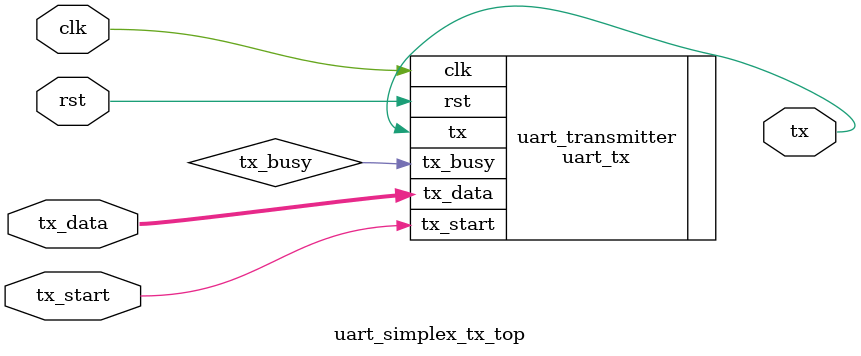
<source format=v>
`timescale 1ns / 1ps


module uart_simplex_tx_top #(
    parameter BAUD_RATE = 115200,
    parameter CLOCK_FREQ = 100_000_000
)(
    input clk,
    input rst,
    input [7:0] tx_data,
    input tx_start,
    output tx
);

    wire tx_busy;
    uart_tx #(.BAUD_RATE(BAUD_RATE), .CLOCK_FREQ(CLOCK_FREQ)) uart_transmitter (
        .clk(clk),
        .rst(rst),
        .tx_start(tx_start),
        .tx_data(tx_data),
        .tx(tx),
        .tx_busy(tx_busy)
    );
endmodule


</source>
